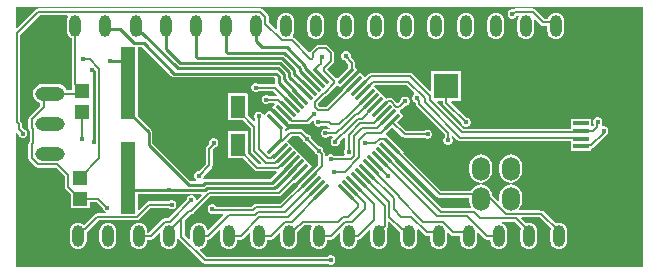
<source format=gtl>
G04*
G04 #@! TF.GenerationSoftware,Altium Limited,Altium Designer,22.10.1 (41)*
G04*
G04 Layer_Physical_Order=1*
G04 Layer_Color=255*
%FSLAX25Y25*%
%MOIN*%
G70*
G04*
G04 #@! TF.SameCoordinates,E3A0FBDB-8A8B-4B96-B359-3B6F4FC795B9*
G04*
G04*
G04 #@! TF.FilePolarity,Positive*
G04*
G01*
G75*
%ADD11C,0.01000*%
%ADD21R,0.04724X0.04724*%
%ADD22R,0.07480X0.07480*%
%ADD23R,0.06299X0.08268*%
%ADD24R,0.05315X0.01575*%
%ADD25R,0.07874X0.07874*%
%ADD26R,0.08465X0.08465*%
G04:AMPARAMS|DCode=27|XSize=66.93mil|YSize=11.81mil|CornerRadius=0mil|HoleSize=0mil|Usage=FLASHONLY|Rotation=45.000|XOffset=0mil|YOffset=0mil|HoleType=Round|Shape=Rectangle|*
%AMROTATEDRECTD27*
4,1,4,-0.01949,-0.02784,-0.02784,-0.01949,0.01949,0.02784,0.02784,0.01949,-0.01949,-0.02784,0.0*
%
%ADD27ROTATEDRECTD27*%

G04:AMPARAMS|DCode=28|XSize=66.93mil|YSize=11.81mil|CornerRadius=0mil|HoleSize=0mil|Usage=FLASHONLY|Rotation=135.000|XOffset=0mil|YOffset=0mil|HoleType=Round|Shape=Rectangle|*
%AMROTATEDRECTD28*
4,1,4,0.02784,-0.01949,0.01949,-0.02784,-0.02784,0.01949,-0.01949,0.02784,0.02784,-0.01949,0.0*
%
%ADD28ROTATEDRECTD28*%

%ADD29R,0.05118X0.07480*%
%ADD30R,0.04724X0.24000*%
%ADD47C,0.00800*%
%ADD48R,0.04000X0.07200*%
%ADD49O,0.04000X0.07200*%
%ADD50O,0.05906X0.07874*%
%ADD51O,0.09843X0.04724*%
%ADD52R,0.09843X0.04724*%
%ADD53C,0.01575*%
G36*
X52432Y63268D02*
X52845Y62992D01*
X53332Y62895D01*
X86655D01*
X86875Y62675D01*
Y61152D01*
X86875Y61142D01*
X86460Y60671D01*
X81501D01*
X81370Y60802D01*
X80805Y61035D01*
X80195D01*
X79630Y60802D01*
X79198Y60370D01*
X78965Y59805D01*
Y59195D01*
X79198Y58630D01*
X79630Y58198D01*
X80195Y57965D01*
X80805D01*
X81370Y58198D01*
X81501Y58329D01*
X86339D01*
X87536Y57133D01*
X87345Y56670D01*
X85001D01*
X84870Y56802D01*
X84305Y57035D01*
X83695D01*
X83130Y56802D01*
X82698Y56370D01*
X82465Y55805D01*
Y55195D01*
X82698Y54630D01*
X83130Y54198D01*
X83695Y53965D01*
X84305D01*
X84870Y54198D01*
X85001Y54330D01*
X86736D01*
X86943Y53829D01*
X85988Y52875D01*
X91779Y47085D01*
X92076Y47382D01*
X92192Y47305D01*
X92192Y47305D01*
X92640Y47216D01*
X97727D01*
X98175Y47305D01*
X98555Y47559D01*
X99475Y48479D01*
X99899Y48196D01*
X99884Y48160D01*
Y47549D01*
X100118Y46984D01*
X100550Y46553D01*
X101114Y46319D01*
X101725D01*
X102289Y46553D01*
X102421Y46684D01*
X104383D01*
X104677Y46390D01*
X105056Y46137D01*
X105290Y46090D01*
X105241Y45590D01*
X104579D01*
X104075Y45799D01*
X103464D01*
X102900Y45565D01*
X102468Y45133D01*
X102234Y44569D01*
Y43958D01*
X102468Y43394D01*
X102900Y42962D01*
X103464Y42728D01*
X104075D01*
X104639Y42962D01*
X104927Y43249D01*
X105997D01*
X106124Y42881D01*
X106134Y42749D01*
X105729Y42344D01*
X105495Y41779D01*
Y41168D01*
X105729Y40604D01*
X106161Y40172D01*
X106725Y39939D01*
X107336D01*
X107900Y40172D01*
X108332Y40604D01*
X108566Y41168D01*
Y41540D01*
X109868Y42841D01*
X110329Y42650D01*
Y39001D01*
X110198Y38870D01*
X109965Y38305D01*
Y37695D01*
X110162Y37218D01*
X109958Y36718D01*
X106568D01*
X106327Y36959D01*
X105762Y37193D01*
X105152D01*
X104587Y36959D01*
X104171Y36542D01*
X104089Y36546D01*
X103671Y36663D01*
Y37290D01*
X103581Y37738D01*
X103328Y38118D01*
X103035Y38410D01*
Y38805D01*
X102802Y39370D01*
X102370Y39802D01*
X101805Y40035D01*
X101620D01*
X99035Y42620D01*
Y42805D01*
X98802Y43370D01*
X98370Y43802D01*
X97805Y44035D01*
X97620D01*
X96328Y45328D01*
X95948Y45581D01*
X95500Y45671D01*
X91958D01*
X91510Y45581D01*
X91130Y45328D01*
X90661Y44859D01*
X90215Y45037D01*
X90172Y45478D01*
X90888Y46194D01*
X85097Y51984D01*
X83482Y50369D01*
X82921Y50514D01*
X82786Y50839D01*
X82354Y51271D01*
X81790Y51504D01*
X81179D01*
X80615Y51271D01*
X80183Y50839D01*
X79949Y50274D01*
Y49664D01*
X80183Y49099D01*
X80330Y48953D01*
Y48397D01*
X79868Y48205D01*
X77807Y50266D01*
Y57587D01*
X71193D01*
Y48610D01*
X76152D01*
X78781Y45981D01*
Y38406D01*
X78871Y37958D01*
X79124Y37579D01*
X82241Y34462D01*
X82050Y34000D01*
X81474D01*
X77807Y37667D01*
Y44988D01*
X71193D01*
Y36012D01*
X76152D01*
X80161Y32002D01*
X80541Y31748D01*
X80989Y31659D01*
X87402D01*
X87594Y31197D01*
X85417Y29021D01*
X63499D01*
X63286Y28978D01*
X63269Y28990D01*
X63184Y29069D01*
X62971Y29425D01*
X63130Y29809D01*
Y29995D01*
X65828Y32692D01*
X66081Y33072D01*
X66171Y33520D01*
Y38675D01*
X67070Y39574D01*
X67370Y39698D01*
X67802Y40130D01*
X68035Y40695D01*
Y41305D01*
X67802Y41870D01*
X67370Y42302D01*
X66805Y42535D01*
X66195D01*
X65630Y42302D01*
X65198Y41870D01*
X64965Y41305D01*
Y40780D01*
X64172Y39987D01*
X63919Y39608D01*
X63829Y39160D01*
Y34004D01*
X61475Y31650D01*
X61290D01*
X60725Y31416D01*
X60293Y30984D01*
X60060Y30420D01*
Y29809D01*
X60293Y29245D01*
X60671Y28868D01*
X60631Y28612D01*
X60518Y28367D01*
X58714D01*
X46089Y40993D01*
Y44546D01*
X45992Y45033D01*
X45716Y45446D01*
X41110Y50052D01*
Y72975D01*
X42725D01*
X52432Y63268D01*
D02*
G37*
G36*
X209482Y-482D02*
X518D01*
Y44209D01*
X983Y44414D01*
X1298Y44164D01*
Y43861D01*
X1532Y43297D01*
X1964Y42865D01*
X2528Y42631D01*
X3139D01*
X3703Y42865D01*
X4135Y43297D01*
X4369Y43861D01*
Y44472D01*
X4135Y45036D01*
X3703Y45468D01*
X3180Y45685D01*
X2735Y46130D01*
Y47190D01*
X2646Y47637D01*
X2392Y48017D01*
X2069Y48341D01*
Y77137D01*
X8031Y83100D01*
X8032Y83100D01*
X8509Y83578D01*
X17766D01*
X18012Y83078D01*
X17942Y82986D01*
X17665Y82317D01*
X17571Y81600D01*
Y78400D01*
X17665Y77683D01*
X17942Y77014D01*
X18383Y76440D01*
X18957Y76000D01*
X19172Y75910D01*
Y60657D01*
X19261Y60210D01*
X19390Y60017D01*
Y58671D01*
X17441D01*
X17276Y59069D01*
X16777Y59718D01*
X16128Y60217D01*
X15371Y60530D01*
X14559Y60637D01*
X9441D01*
X8629Y60530D01*
X7872Y60217D01*
X7223Y59718D01*
X6724Y59069D01*
X6411Y58312D01*
X6304Y57500D01*
X6411Y56688D01*
X6724Y55932D01*
X7223Y55282D01*
X7872Y54783D01*
X8629Y54470D01*
X8670Y54464D01*
Y53349D01*
X5103Y49782D01*
X4849Y49402D01*
X4760Y48954D01*
Y45996D01*
X4849Y45548D01*
X5103Y45168D01*
X5146Y45125D01*
Y41506D01*
X5103Y41462D01*
X4849Y41083D01*
X4760Y40635D01*
Y36046D01*
X4849Y35598D01*
X5103Y35218D01*
X7159Y33162D01*
X7539Y32908D01*
X7987Y32819D01*
X13932D01*
X16899Y29853D01*
Y26431D01*
X16988Y25983D01*
X17242Y25603D01*
X18890Y23955D01*
Y19390D01*
X25110D01*
Y21329D01*
X27515D01*
X29465Y19380D01*
Y19195D01*
X29698Y18630D01*
X30130Y18198D01*
X30545Y18026D01*
X30446Y17526D01*
X27699D01*
X27251Y17437D01*
X26871Y17184D01*
X23271Y13584D01*
X22728Y14000D01*
X22060Y14277D01*
X21343Y14372D01*
X20625Y14277D01*
X19957Y14000D01*
X19383Y13560D01*
X18942Y12986D01*
X18665Y12317D01*
X18571Y11600D01*
Y8400D01*
X18665Y7683D01*
X18942Y7014D01*
X19383Y6440D01*
X19957Y6000D01*
X20625Y5723D01*
X21343Y5628D01*
X22060Y5723D01*
X22728Y6000D01*
X23302Y6440D01*
X23743Y7014D01*
X24020Y7683D01*
X24114Y8400D01*
Y11205D01*
X24383Y11384D01*
X28183Y15186D01*
X40838D01*
X41286Y15275D01*
X41666Y15528D01*
X45434Y19297D01*
X51499D01*
X51630Y19166D01*
X52195Y18932D01*
X52805D01*
X53370Y19166D01*
X53802Y19598D01*
X54035Y20162D01*
Y20773D01*
X53802Y21338D01*
X53370Y21769D01*
X52805Y22003D01*
X52195D01*
X51630Y21769D01*
X51499Y21638D01*
X44950D01*
X44502Y21549D01*
X44122Y21295D01*
X41572Y18746D01*
X41110Y18937D01*
Y24074D01*
X51017D01*
X51283Y23965D01*
X51894D01*
X52159Y24074D01*
X62319D01*
X62511Y23613D01*
X61035Y22137D01*
X60535Y22305D01*
X60302Y22870D01*
X59870Y23302D01*
X59305Y23535D01*
X58695D01*
X58130Y23302D01*
X57698Y22870D01*
X57465Y22305D01*
Y21991D01*
X51392Y15919D01*
X50196D01*
X49748Y15829D01*
X49368Y15576D01*
X44963Y11170D01*
X44272D01*
Y11600D01*
X44177Y12317D01*
X43900Y12986D01*
X43460Y13560D01*
X42886Y14000D01*
X42217Y14277D01*
X41500Y14372D01*
X40783Y14277D01*
X40114Y14000D01*
X39540Y13560D01*
X39100Y12986D01*
X38823Y12317D01*
X38728Y11600D01*
Y8400D01*
X38823Y7683D01*
X39100Y7014D01*
X39540Y6440D01*
X40114Y6000D01*
X40783Y5723D01*
X41500Y5628D01*
X42217Y5723D01*
X42886Y6000D01*
X43460Y6440D01*
X43900Y7014D01*
X44177Y7683D01*
X44272Y8400D01*
Y8829D01*
X45448D01*
X45896Y8919D01*
X46276Y9172D01*
X48228Y11125D01*
X48728Y10918D01*
Y8400D01*
X48823Y7683D01*
X49100Y7014D01*
X49540Y6440D01*
X50114Y6000D01*
X50783Y5723D01*
X51500Y5628D01*
X52217Y5723D01*
X52886Y6000D01*
X53460Y6440D01*
X53900Y7014D01*
X54177Y7683D01*
X54272Y8400D01*
Y8919D01*
X54772Y9071D01*
X54872Y8920D01*
X62620Y1172D01*
X63000Y919D01*
X63448Y829D01*
X104499D01*
X104630Y698D01*
X105195Y465D01*
X105805D01*
X106370Y698D01*
X106802Y1130D01*
X107035Y1695D01*
Y2305D01*
X106802Y2870D01*
X106370Y3302D01*
X105805Y3535D01*
X105195D01*
X104630Y3302D01*
X104499Y3170D01*
X63933D01*
X61924Y5180D01*
X62103Y5708D01*
X62217Y5723D01*
X62886Y6000D01*
X63460Y6440D01*
X63900Y7014D01*
X64177Y7683D01*
X64272Y8400D01*
Y8829D01*
X64500D01*
X64948Y8919D01*
X65328Y9172D01*
X68295Y12140D01*
X68769Y11906D01*
X68728Y11600D01*
Y8400D01*
X68823Y7683D01*
X69100Y7014D01*
X69540Y6440D01*
X70114Y6000D01*
X70783Y5723D01*
X71500Y5628D01*
X72217Y5723D01*
X72886Y6000D01*
X73460Y6440D01*
X73900Y7014D01*
X74177Y7683D01*
X74272Y8400D01*
Y8829D01*
X75448D01*
X75896Y8919D01*
X76276Y9172D01*
X78228Y11125D01*
X78728Y10918D01*
Y8400D01*
X78823Y7683D01*
X79100Y7014D01*
X79540Y6440D01*
X80114Y6000D01*
X80783Y5723D01*
X81500Y5628D01*
X82217Y5723D01*
X82886Y6000D01*
X83460Y6440D01*
X83900Y7014D01*
X84177Y7683D01*
X84272Y8400D01*
Y8829D01*
X85448D01*
X85896Y8919D01*
X86276Y9172D01*
X88228Y11125D01*
X88728Y10918D01*
Y8400D01*
X88823Y7683D01*
X89100Y7014D01*
X89540Y6440D01*
X90114Y6000D01*
X90783Y5723D01*
X91500Y5628D01*
X92217Y5723D01*
X92886Y6000D01*
X93460Y6440D01*
X93900Y7014D01*
X94177Y7683D01*
X94272Y8400D01*
Y11205D01*
X94540Y11384D01*
X96733Y13577D01*
X98923D01*
X99170Y13078D01*
X99100Y12986D01*
X98823Y12317D01*
X98728Y11600D01*
Y8400D01*
X98823Y7683D01*
X99100Y7014D01*
X99540Y6440D01*
X100114Y6000D01*
X100783Y5723D01*
X101500Y5628D01*
X102217Y5723D01*
X102886Y6000D01*
X103460Y6440D01*
X103900Y7014D01*
X104177Y7683D01*
X104272Y8400D01*
Y8829D01*
X105448D01*
X105896Y8919D01*
X106276Y9172D01*
X108228Y11125D01*
X108728Y10918D01*
Y8400D01*
X108823Y7683D01*
X109100Y7014D01*
X109540Y6440D01*
X110114Y6000D01*
X110783Y5723D01*
X111500Y5628D01*
X112217Y5723D01*
X112886Y6000D01*
X113460Y6440D01*
X113900Y7014D01*
X114177Y7683D01*
X114272Y8400D01*
Y8829D01*
X114500D01*
X114948Y8919D01*
X115328Y9172D01*
X118295Y12140D01*
X118769Y11906D01*
X118728Y11600D01*
Y8400D01*
X118823Y7683D01*
X119100Y7014D01*
X119540Y6440D01*
X120114Y6000D01*
X120783Y5723D01*
X121500Y5628D01*
X122217Y5723D01*
X122886Y6000D01*
X123460Y6440D01*
X123900Y7014D01*
X124177Y7683D01*
X124272Y8400D01*
Y11600D01*
X124177Y12317D01*
X124128Y12436D01*
X124328Y12635D01*
X124581Y13015D01*
X124671Y13463D01*
Y14521D01*
X125133Y14712D01*
X128460Y11384D01*
X128728Y11205D01*
Y8400D01*
X128823Y7683D01*
X129100Y7014D01*
X129540Y6440D01*
X130114Y6000D01*
X130783Y5723D01*
X131500Y5628D01*
X132217Y5723D01*
X132886Y6000D01*
X133460Y6440D01*
X133900Y7014D01*
X134177Y7683D01*
X134272Y8400D01*
Y11600D01*
X134243Y11819D01*
X134664Y12358D01*
X134783Y12372D01*
X136783Y10372D01*
X137163Y10119D01*
X137611Y10029D01*
X138728D01*
Y8400D01*
X138823Y7683D01*
X139100Y7014D01*
X139540Y6440D01*
X140114Y6000D01*
X140783Y5723D01*
X141500Y5628D01*
X142217Y5723D01*
X142886Y6000D01*
X143460Y6440D01*
X143900Y7014D01*
X144177Y7683D01*
X144272Y8400D01*
Y10918D01*
X144772Y11125D01*
X145524Y10372D01*
X145904Y10119D01*
X146352Y10029D01*
X148728D01*
Y8400D01*
X148823Y7683D01*
X149100Y7014D01*
X149540Y6440D01*
X150114Y6000D01*
X150783Y5723D01*
X151500Y5628D01*
X152217Y5723D01*
X152886Y6000D01*
X153460Y6440D01*
X153900Y7014D01*
X154177Y7683D01*
X154272Y8400D01*
Y10918D01*
X154772Y11125D01*
X156724Y9172D01*
X157104Y8919D01*
X157552Y8829D01*
X158728D01*
Y8400D01*
X158823Y7683D01*
X159100Y7014D01*
X159540Y6440D01*
X160114Y6000D01*
X160783Y5723D01*
X161500Y5628D01*
X162217Y5723D01*
X162886Y6000D01*
X163460Y6440D01*
X163900Y7014D01*
X164177Y7683D01*
X164272Y8400D01*
Y11600D01*
X164177Y12317D01*
X163900Y12986D01*
X163460Y13560D01*
X162886Y14000D01*
X162413Y14197D01*
X162512Y14696D01*
X166748D01*
X168912Y12533D01*
X168823Y12317D01*
X168728Y11600D01*
Y8400D01*
X168823Y7683D01*
X169100Y7014D01*
X169540Y6440D01*
X170114Y6000D01*
X170783Y5723D01*
X171500Y5628D01*
X172217Y5723D01*
X172886Y6000D01*
X173460Y6440D01*
X173900Y7014D01*
X174177Y7683D01*
X174272Y8400D01*
Y11600D01*
X174177Y12317D01*
X173900Y12986D01*
X173460Y13560D01*
X172886Y14000D01*
X172217Y14277D01*
X171500Y14372D01*
X170783Y14277D01*
X170567Y14188D01*
X168973Y15782D01*
X169164Y16244D01*
X175200D01*
X178912Y12533D01*
X178823Y12317D01*
X178728Y11600D01*
Y8400D01*
X178823Y7683D01*
X179100Y7014D01*
X179540Y6440D01*
X180114Y6000D01*
X180783Y5723D01*
X181500Y5628D01*
X182217Y5723D01*
X182886Y6000D01*
X183460Y6440D01*
X183900Y7014D01*
X184177Y7683D01*
X184272Y8400D01*
Y11600D01*
X184177Y12317D01*
X183900Y12986D01*
X183460Y13560D01*
X182886Y14000D01*
X182217Y14277D01*
X181500Y14372D01*
X180783Y14277D01*
X180567Y14188D01*
X176513Y18243D01*
X176133Y18496D01*
X175685Y18586D01*
X168546D01*
X168300Y19085D01*
X168733Y19649D01*
X169106Y20550D01*
X169233Y21516D01*
Y23484D01*
X169106Y24450D01*
X168733Y25351D01*
X168139Y26124D01*
X167366Y26717D01*
X166466Y27090D01*
X165500Y27217D01*
X164534Y27090D01*
X163634Y26717D01*
X162861Y26124D01*
X162267Y25351D01*
X161895Y24450D01*
X161767Y23484D01*
Y21812D01*
X161267Y21604D01*
X159209Y23662D01*
X159106Y24450D01*
X158733Y25351D01*
X158139Y26124D01*
X157366Y26717D01*
X156466Y27090D01*
X155500Y27217D01*
X154534Y27090D01*
X153634Y26717D01*
X152861Y26124D01*
X152267Y25351D01*
X152160Y25090D01*
X142377D01*
X129677Y37790D01*
X129796Y37909D01*
X124005Y43699D01*
X124005D01*
X123911Y43737D01*
X123792Y44325D01*
X123886Y44420D01*
X124005Y44301D01*
X126073Y46368D01*
X129333Y43108D01*
X129713Y42854D01*
X130161Y42765D01*
X136782D01*
X136913Y42634D01*
X137478Y42400D01*
X138089D01*
X138653Y42634D01*
X139085Y43066D01*
X139319Y43630D01*
Y44241D01*
X139085Y44805D01*
X138653Y45237D01*
X138089Y45471D01*
X137478D01*
X136913Y45237D01*
X136782Y45106D01*
X130646D01*
X127728Y48024D01*
X129796Y50091D01*
X128434Y51452D01*
X128440Y51649D01*
X128573Y52021D01*
X128885Y52230D01*
X128934Y52278D01*
X129172Y52325D01*
X129551Y52579D01*
X130373Y53401D01*
X130569D01*
X131133Y53635D01*
X131565Y54067D01*
X131799Y54631D01*
Y55242D01*
X131565Y55806D01*
X131133Y56238D01*
X130569Y56472D01*
X129958D01*
X129394Y56238D01*
X128962Y55806D01*
X128728Y55242D01*
Y55066D01*
X128197Y54536D01*
X127959Y54488D01*
X127755Y54352D01*
X126422Y55686D01*
X126042Y55940D01*
X125594Y56029D01*
X124643D01*
X124195Y55940D01*
X124046Y55840D01*
X122335Y57552D01*
X119963Y59923D01*
X120264Y60330D01*
X130821D01*
X133395Y57756D01*
X133314Y57352D01*
X133225Y57219D01*
X132821Y56816D01*
X132588Y56251D01*
Y55641D01*
X132821Y55076D01*
X133253Y54644D01*
X133776Y54428D01*
X133777Y54427D01*
Y54053D01*
X133866Y53605D01*
X134119Y53225D01*
X143448Y43897D01*
Y42882D01*
X143317Y42751D01*
X143083Y42187D01*
Y41576D01*
X143317Y41012D01*
X143749Y40580D01*
X144313Y40346D01*
X144924D01*
X145488Y40580D01*
X145920Y41012D01*
X146154Y41576D01*
Y42187D01*
X145920Y42751D01*
X145829Y42842D01*
X145869Y43210D01*
X146349Y43397D01*
X147754Y41993D01*
X148133Y41739D01*
X148581Y41650D01*
X185575D01*
Y38346D01*
X192386D01*
Y39122D01*
X192717Y39188D01*
X193097Y39441D01*
X197328Y43672D01*
X197336Y43684D01*
X197370Y43698D01*
X197802Y44130D01*
X198035Y44695D01*
Y45305D01*
X197802Y45870D01*
X197370Y46302D01*
X196805Y46535D01*
X196195D01*
X195840Y46930D01*
X195802Y47130D01*
X196035Y47695D01*
Y48305D01*
X195802Y48870D01*
X195370Y49302D01*
X194805Y49535D01*
X194195D01*
X193630Y49302D01*
X193198Y48870D01*
X192965Y48305D01*
Y47695D01*
X193181Y47171D01*
Y46899D01*
X192832Y46619D01*
X192386Y46812D01*
Y49094D01*
X185575D01*
Y45791D01*
X149812D01*
X141045Y54558D01*
X141236Y55020D01*
X142865D01*
Y54465D01*
X142954Y54017D01*
X143208Y53637D01*
X149083Y47761D01*
Y47576D01*
X149317Y47012D01*
X149749Y46580D01*
X150313Y46346D01*
X150924D01*
X151488Y46580D01*
X151920Y47012D01*
X152154Y47576D01*
Y48187D01*
X151920Y48751D01*
X151488Y49183D01*
X150924Y49417D01*
X150739D01*
X145636Y54520D01*
X145843Y55020D01*
X149016D01*
Y64980D01*
X139055D01*
Y58605D01*
X138593Y58414D01*
X132879Y64128D01*
X132500Y64381D01*
X132052Y64470D01*
X118959D01*
X118511Y64381D01*
X118132Y64128D01*
X116946Y62941D01*
X115375Y64512D01*
X109585Y58721D01*
X109704Y58602D01*
X104224Y53123D01*
X101796D01*
X101348Y53571D01*
Y54204D01*
X103805Y56662D01*
X104054Y56712D01*
X104434Y56965D01*
X107538Y60069D01*
X108178Y60127D01*
X108694Y59612D01*
X114484Y65403D01*
X113762Y66125D01*
Y67672D01*
X113672Y68120D01*
X113419Y68499D01*
X112656Y69263D01*
X112646Y69311D01*
X112392Y69691D01*
X112133Y69950D01*
Y70346D01*
X111899Y70910D01*
X111467Y71342D01*
X110903Y71576D01*
X110292D01*
X109728Y71342D01*
X109296Y70910D01*
X109062Y70346D01*
Y69735D01*
X109296Y69170D01*
X109728Y68739D01*
X110251Y68522D01*
X110474Y68299D01*
X110483Y68250D01*
X110737Y67871D01*
X111421Y67187D01*
Y66125D01*
X107934Y62638D01*
X107282Y62644D01*
X104321Y65604D01*
X106394Y67677D01*
X106647Y68057D01*
X106736Y68505D01*
Y70923D01*
X106647Y71371D01*
X106394Y71751D01*
X104683Y73461D01*
X104304Y73715D01*
X103856Y73804D01*
X101437D01*
X100989Y73715D01*
X100609Y73461D01*
X98899Y71751D01*
X98680Y71424D01*
X98552Y71355D01*
X98117Y71279D01*
X93305Y76091D01*
X92986Y76304D01*
X92907Y76424D01*
X92797Y76880D01*
X92900Y77014D01*
X93177Y77683D01*
X93272Y78400D01*
Y81600D01*
X93177Y82317D01*
X92900Y82986D01*
X92460Y83560D01*
X91886Y84000D01*
X91217Y84277D01*
X90500Y84372D01*
X89783Y84277D01*
X89114Y84000D01*
X88540Y83560D01*
X88100Y82986D01*
X87823Y82317D01*
X87728Y81600D01*
Y79082D01*
X87228Y78875D01*
X84819Y81285D01*
Y83131D01*
X84729Y83579D01*
X84476Y83959D01*
X82859Y85576D01*
X82479Y85829D01*
X82031Y85919D01*
X8025D01*
X7576Y85829D01*
X7197Y85576D01*
X6376Y84755D01*
X6376Y84755D01*
X979Y79359D01*
X518Y79550D01*
Y86482D01*
X209482D01*
Y-482D01*
D02*
G37*
G36*
X95965Y42380D02*
Y42195D01*
X96198Y41630D01*
X96630Y41198D01*
X97195Y40965D01*
X97380D01*
X99965Y38380D01*
Y38195D01*
X100198Y37630D01*
X100630Y37198D01*
X101153Y36982D01*
X101330Y36805D01*
Y33794D01*
X97354Y29819D01*
X97290Y29724D01*
X94340Y26773D01*
X94459Y26654D01*
X88488Y20683D01*
X80582D01*
X80134Y20594D01*
X79755Y20340D01*
X79097Y19683D01*
X67379D01*
X67302Y19870D01*
X66870Y20302D01*
X66305Y20535D01*
X65695D01*
X65130Y20302D01*
X64698Y19870D01*
X64465Y19305D01*
Y18695D01*
X64698Y18130D01*
X65130Y17698D01*
X65695Y17465D01*
X66199D01*
X66249Y17431D01*
X66697Y17342D01*
X69533D01*
X69725Y16880D01*
X64737Y11893D01*
X64210Y12072D01*
X64177Y12317D01*
X63900Y12986D01*
X63460Y13560D01*
X62886Y14000D01*
X62217Y14277D01*
X61500Y14372D01*
X60783Y14277D01*
X60114Y14000D01*
X59540Y13560D01*
X59100Y12986D01*
X58823Y12317D01*
X58728Y11600D01*
Y9082D01*
X58228Y8875D01*
X56871Y10233D01*
Y15315D01*
X58884Y17328D01*
X59052D01*
X59500Y17417D01*
X59880Y17671D01*
X65390Y23181D01*
X88244D01*
X88692Y23271D01*
X89072Y23524D01*
X93330Y27783D01*
X93449Y27664D01*
X99239Y33455D01*
X97347Y35348D01*
X94563Y38131D01*
X93672Y39022D01*
X90904Y41790D01*
X92443Y43330D01*
X95015D01*
X95965Y42380D01*
D02*
G37*
G36*
X124857Y39030D02*
X124952Y38966D01*
X127902Y36016D01*
X128021Y36135D01*
X141064Y23092D01*
X141444Y22838D01*
X141892Y22749D01*
X151767D01*
Y21516D01*
X151894Y20550D01*
X152225Y19751D01*
X152013Y19251D01*
X142648D01*
X126893Y35006D01*
X127012Y35125D01*
X121599Y40538D01*
X122288Y41227D01*
X122660D01*
X124857Y39030D01*
D02*
G37*
%LPC*%
G36*
X172841Y85919D02*
X166958D01*
X166510Y85829D01*
X166130Y85576D01*
X166090Y85535D01*
X165695D01*
X165130Y85302D01*
X164698Y84870D01*
X164465Y84305D01*
Y83695D01*
X164698Y83130D01*
X165130Y82698D01*
X165695Y82465D01*
X166305D01*
X166870Y82698D01*
X167302Y83130D01*
X167464Y83522D01*
X167949Y83526D01*
X168170Y83078D01*
X168100Y82986D01*
X167823Y82317D01*
X167728Y81600D01*
Y78400D01*
X167823Y77683D01*
X168100Y77014D01*
X168540Y76440D01*
X169114Y76000D01*
X169783Y75723D01*
X170500Y75628D01*
X171217Y75723D01*
X171886Y76000D01*
X172460Y76440D01*
X172900Y77014D01*
X173177Y77683D01*
X173272Y78400D01*
Y81600D01*
X173218Y82009D01*
X173691Y82242D01*
X175561Y80372D01*
X175941Y80119D01*
X176389Y80029D01*
X177728D01*
Y78400D01*
X177823Y77683D01*
X178100Y77014D01*
X178540Y76440D01*
X179114Y76000D01*
X179783Y75723D01*
X180500Y75628D01*
X181217Y75723D01*
X181886Y76000D01*
X182460Y76440D01*
X182900Y77014D01*
X183177Y77683D01*
X183272Y78400D01*
Y81600D01*
X183177Y82317D01*
X182900Y82986D01*
X182460Y83560D01*
X181886Y84000D01*
X181217Y84277D01*
X180500Y84372D01*
X179783Y84277D01*
X179114Y84000D01*
X178540Y83560D01*
X178100Y82986D01*
X177845Y82371D01*
X176874D01*
X173669Y85576D01*
X173289Y85829D01*
X172841Y85919D01*
D02*
G37*
G36*
X160500Y84372D02*
X159783Y84277D01*
X159114Y84000D01*
X158540Y83560D01*
X158100Y82986D01*
X157823Y82317D01*
X157728Y81600D01*
Y78400D01*
X157823Y77683D01*
X158100Y77014D01*
X158540Y76440D01*
X159114Y76000D01*
X159783Y75723D01*
X160500Y75628D01*
X161217Y75723D01*
X161886Y76000D01*
X162460Y76440D01*
X162900Y77014D01*
X163177Y77683D01*
X163272Y78400D01*
Y81600D01*
X163177Y82317D01*
X162900Y82986D01*
X162460Y83560D01*
X161886Y84000D01*
X161217Y84277D01*
X160500Y84372D01*
D02*
G37*
G36*
X150500D02*
X149783Y84277D01*
X149114Y84000D01*
X148540Y83560D01*
X148100Y82986D01*
X147823Y82317D01*
X147728Y81600D01*
Y78400D01*
X147823Y77683D01*
X148100Y77014D01*
X148540Y76440D01*
X149114Y76000D01*
X149783Y75723D01*
X150500Y75628D01*
X151217Y75723D01*
X151886Y76000D01*
X152460Y76440D01*
X152900Y77014D01*
X153177Y77683D01*
X153272Y78400D01*
Y81600D01*
X153177Y82317D01*
X152900Y82986D01*
X152460Y83560D01*
X151886Y84000D01*
X151217Y84277D01*
X150500Y84372D01*
D02*
G37*
G36*
X140500D02*
X139783Y84277D01*
X139114Y84000D01*
X138540Y83560D01*
X138100Y82986D01*
X137823Y82317D01*
X137728Y81600D01*
Y78400D01*
X137823Y77683D01*
X138100Y77014D01*
X138540Y76440D01*
X139114Y76000D01*
X139783Y75723D01*
X140500Y75628D01*
X141217Y75723D01*
X141886Y76000D01*
X142460Y76440D01*
X142900Y77014D01*
X143177Y77683D01*
X143272Y78400D01*
Y81600D01*
X143177Y82317D01*
X142900Y82986D01*
X142460Y83560D01*
X141886Y84000D01*
X141217Y84277D01*
X140500Y84372D01*
D02*
G37*
G36*
X130500D02*
X129783Y84277D01*
X129114Y84000D01*
X128540Y83560D01*
X128100Y82986D01*
X127823Y82317D01*
X127728Y81600D01*
Y78400D01*
X127823Y77683D01*
X128100Y77014D01*
X128540Y76440D01*
X129114Y76000D01*
X129783Y75723D01*
X130500Y75628D01*
X131217Y75723D01*
X131886Y76000D01*
X132460Y76440D01*
X132900Y77014D01*
X133177Y77683D01*
X133272Y78400D01*
Y81600D01*
X133177Y82317D01*
X132900Y82986D01*
X132460Y83560D01*
X131886Y84000D01*
X131217Y84277D01*
X130500Y84372D01*
D02*
G37*
G36*
X120500D02*
X119783Y84277D01*
X119114Y84000D01*
X118540Y83560D01*
X118100Y82986D01*
X117823Y82317D01*
X117728Y81600D01*
Y78400D01*
X117823Y77683D01*
X118100Y77014D01*
X118540Y76440D01*
X119114Y76000D01*
X119783Y75723D01*
X120500Y75628D01*
X121217Y75723D01*
X121886Y76000D01*
X122460Y76440D01*
X122900Y77014D01*
X123177Y77683D01*
X123272Y78400D01*
Y81600D01*
X123177Y82317D01*
X122900Y82986D01*
X122460Y83560D01*
X121886Y84000D01*
X121217Y84277D01*
X120500Y84372D01*
D02*
G37*
G36*
X110500D02*
X109783Y84277D01*
X109114Y84000D01*
X108540Y83560D01*
X108100Y82986D01*
X107823Y82317D01*
X107728Y81600D01*
Y78400D01*
X107823Y77683D01*
X108100Y77014D01*
X108540Y76440D01*
X109114Y76000D01*
X109783Y75723D01*
X110500Y75628D01*
X111217Y75723D01*
X111886Y76000D01*
X112460Y76440D01*
X112900Y77014D01*
X113177Y77683D01*
X113272Y78400D01*
Y81600D01*
X113177Y82317D01*
X112900Y82986D01*
X112460Y83560D01*
X111886Y84000D01*
X111217Y84277D01*
X110500Y84372D01*
D02*
G37*
G36*
X100500D02*
X99783Y84277D01*
X99114Y84000D01*
X98540Y83560D01*
X98100Y82986D01*
X97823Y82317D01*
X97728Y81600D01*
Y78400D01*
X97823Y77683D01*
X98100Y77014D01*
X98540Y76440D01*
X99114Y76000D01*
X99783Y75723D01*
X100500Y75628D01*
X101217Y75723D01*
X101886Y76000D01*
X102460Y76440D01*
X102900Y77014D01*
X103177Y77683D01*
X103272Y78400D01*
Y81600D01*
X103177Y82317D01*
X102900Y82986D01*
X102460Y83560D01*
X101886Y84000D01*
X101217Y84277D01*
X100500Y84372D01*
D02*
G37*
G36*
X165500Y37217D02*
X164534Y37090D01*
X163634Y36717D01*
X162861Y36124D01*
X162267Y35351D01*
X161895Y34450D01*
X161767Y33484D01*
Y31516D01*
X161895Y30550D01*
X162267Y29649D01*
X162861Y28876D01*
X163634Y28283D01*
X164534Y27910D01*
X165500Y27783D01*
X166466Y27910D01*
X167366Y28283D01*
X168139Y28876D01*
X168733Y29649D01*
X169106Y30550D01*
X169233Y31516D01*
Y33484D01*
X169106Y34450D01*
X168733Y35351D01*
X168139Y36124D01*
X167366Y36717D01*
X166466Y37090D01*
X165500Y37217D01*
D02*
G37*
G36*
X155500D02*
X154534Y37090D01*
X153634Y36717D01*
X152861Y36124D01*
X152267Y35351D01*
X151894Y34450D01*
X151767Y33484D01*
Y31516D01*
X151894Y30550D01*
X152267Y29649D01*
X152861Y28876D01*
X153634Y28283D01*
X154534Y27910D01*
X155500Y27783D01*
X156466Y27910D01*
X157366Y28283D01*
X158139Y28876D01*
X158733Y29649D01*
X159106Y30550D01*
X159233Y31516D01*
Y33484D01*
X159106Y34450D01*
X158733Y35351D01*
X158139Y36124D01*
X157366Y36717D01*
X156466Y37090D01*
X155500Y37217D01*
D02*
G37*
G36*
X31185Y14372D02*
X30468Y14277D01*
X29799Y14000D01*
X29225Y13560D01*
X28785Y12986D01*
X28508Y12317D01*
X28413Y11600D01*
Y8400D01*
X28508Y7683D01*
X28785Y7014D01*
X29225Y6440D01*
X29799Y6000D01*
X30468Y5723D01*
X31185Y5628D01*
X31902Y5723D01*
X32571Y6000D01*
X33145Y6440D01*
X33585Y7014D01*
X33862Y7683D01*
X33957Y8400D01*
Y11600D01*
X33862Y12317D01*
X33585Y12986D01*
X33145Y13560D01*
X32571Y14000D01*
X31902Y14277D01*
X31185Y14372D01*
D02*
G37*
%LPD*%
D11*
X26000Y65345D02*
X26500Y64845D01*
X26000Y65345D02*
Y65500D01*
X26500Y41500D02*
Y64845D01*
X39862Y25347D02*
X63570D01*
X63831Y25608D02*
X64223Y26000D01*
X38000Y27209D02*
Y29504D01*
X44816Y40466D02*
X58187Y27095D01*
X63831Y25608D02*
X63831D01*
X63570Y25347D02*
X63831Y25608D01*
X38000Y27209D02*
X39862Y25347D01*
X58187Y27095D02*
X62846D01*
X86911Y26243D02*
X87351D01*
X85944Y27748D02*
X92486Y34290D01*
X87351Y26243D02*
X94006Y32898D01*
X64223Y26000D02*
X86668D01*
X86911Y26243D01*
X63499Y27748D02*
X85944D01*
X62846Y27095D02*
X63499Y27748D01*
X44816Y40466D02*
Y44546D01*
X32000Y68500D02*
X36138D01*
X38000Y66638D01*
Y61000D02*
Y66638D01*
X88148Y61144D02*
X94146Y55146D01*
X88148Y61144D02*
X94146Y55146D01*
X38000Y51362D02*
Y61000D01*
X88631Y67664D02*
X91644Y64651D01*
X70500Y71746D02*
Y80000D01*
X88148Y61144D02*
Y63202D01*
X53332Y64168D02*
X87183D01*
X88148Y63202D01*
X91644Y63032D02*
X96790Y57886D01*
X60500Y69998D02*
Y80000D01*
X54584Y65916D02*
X87907D01*
X90079Y71160D02*
X95140Y66099D01*
X55308Y67664D02*
X88631D01*
X89896Y62180D02*
Y63926D01*
X60500Y69998D02*
X61086Y69412D01*
X89355D01*
X42674Y77826D02*
X54584Y65916D01*
X70500Y71746D02*
X71086Y71160D01*
X50500Y72472D02*
X55308Y67664D01*
X80500Y74900D02*
X82492Y72908D01*
X89896Y62180D02*
X94038Y58038D01*
X95140Y65103D02*
Y66099D01*
X96888Y66139D02*
X100966Y62062D01*
X91644Y63032D02*
Y64651D01*
X90803Y72908D02*
X96888Y66823D01*
X82492Y72908D02*
X90803D01*
X93392Y64068D02*
X98182Y59278D01*
X96888Y66139D02*
Y66823D01*
X43252Y74248D02*
X53332Y64168D01*
X80500Y74900D02*
Y80000D01*
X89355Y69412D02*
X93392Y65375D01*
X95140Y65103D02*
X99574Y60670D01*
X87907Y65916D02*
X89896Y63926D01*
X93392Y64068D02*
Y65375D01*
X71086Y71160D02*
X90079D01*
X40059Y74248D02*
X43252D01*
X38000Y51362D02*
X44816Y44546D01*
X35407Y78900D02*
X40059Y74248D01*
X30185Y80000D02*
X31285Y78900D01*
X35407D01*
X92486Y34290D02*
X92614D01*
X50500Y72472D02*
Y80000D01*
X41886Y77826D02*
X42674D01*
X40500Y79212D02*
X41886Y77826D01*
X40500Y79212D02*
Y80000D01*
D21*
X22000Y22500D02*
D03*
Y29500D02*
D03*
X22500Y58500D02*
D03*
Y51500D02*
D03*
D22*
X199020Y59961D02*
D03*
Y30039D02*
D03*
D23*
X189472Y57205D02*
D03*
Y32795D02*
D03*
D24*
X188980Y50118D02*
D03*
Y47559D02*
D03*
Y45000D02*
D03*
Y42441D02*
D03*
Y39882D02*
D03*
D25*
X177500Y60000D02*
D03*
D26*
X144035D02*
D03*
D27*
X87046Y39858D02*
D03*
X88438Y38466D02*
D03*
X89830Y37074D02*
D03*
X91222Y35682D02*
D03*
X92614Y34290D02*
D03*
X94006Y32898D02*
D03*
X95398Y31506D02*
D03*
X96790Y30114D02*
D03*
X98182Y28722D02*
D03*
X99574Y27330D02*
D03*
X100966Y25938D02*
D03*
X102358Y24546D02*
D03*
X125954Y48142D02*
D03*
X124562Y49534D02*
D03*
X123170Y50926D02*
D03*
X121778Y52318D02*
D03*
X120386Y53710D02*
D03*
X118994Y55102D02*
D03*
X117602Y56494D02*
D03*
X116210Y57886D02*
D03*
X114818Y59278D02*
D03*
X113426Y60670D02*
D03*
X112034Y62062D02*
D03*
X110642Y63454D02*
D03*
D28*
Y24546D02*
D03*
X112034Y25938D02*
D03*
X113426Y27330D02*
D03*
X114818Y28722D02*
D03*
X116210Y30114D02*
D03*
X117602Y31506D02*
D03*
X118994Y32898D02*
D03*
X120386Y34290D02*
D03*
X121778Y35682D02*
D03*
X123170Y37074D02*
D03*
X124562Y38466D02*
D03*
X125954Y39858D02*
D03*
X102358Y63454D02*
D03*
X100966Y62062D02*
D03*
X99574Y60670D02*
D03*
X98182Y59278D02*
D03*
X96790Y57886D02*
D03*
X95398Y56494D02*
D03*
X94006Y55102D02*
D03*
X92614Y53710D02*
D03*
X91222Y52318D02*
D03*
X89830Y50926D02*
D03*
X88438Y49534D02*
D03*
X87046Y48142D02*
D03*
D29*
X52846Y53098D02*
D03*
X74500D02*
D03*
X52846Y40500D02*
D03*
X74500D02*
D03*
D30*
X38000Y61000D02*
D03*
Y29504D02*
D03*
D47*
X166000Y84000D02*
X166210D01*
X166958Y84748D02*
X172841D01*
X166210Y84000D02*
X166958Y84748D01*
X1565Y45645D02*
X2833Y44376D01*
Y44166D02*
Y44376D01*
X5931Y45996D02*
Y48954D01*
X4383Y35405D02*
Y41276D01*
X5931Y45996D02*
X6317Y45609D01*
X4769Y41662D02*
Y44968D01*
X3500Y46237D02*
X4769Y44968D01*
X5931Y36046D02*
Y40635D01*
X6317Y41021D02*
Y45609D01*
X3500Y46237D02*
Y71400D01*
X5931Y36046D02*
X7987Y33990D01*
X4383Y41276D02*
X4769Y41662D01*
X5931Y40635D02*
X6317Y41021D01*
X4383Y35405D02*
X7345Y32442D01*
X1565Y45645D02*
Y47190D01*
X5931Y48954D02*
X9841Y52864D01*
X898Y77622D02*
X7204Y83927D01*
X898Y47856D02*
X1565Y47190D01*
X898Y47856D02*
Y77622D01*
X3500Y71400D02*
X10500Y78400D01*
X66697Y18513D02*
X79582D01*
X66000Y19000D02*
X66210D01*
X66697Y18513D01*
X59000Y21871D02*
Y22000D01*
X51877Y14748D02*
X59000Y21871D01*
X59052Y18499D02*
X64906Y24352D01*
X51500Y11600D02*
X58399Y18499D01*
X64906Y24352D02*
X88244D01*
X58399Y18499D02*
X59052D01*
X86865Y34378D02*
X89561Y37074D01*
X89830D01*
X86809Y34378D02*
X86865D01*
X112034Y62077D02*
X114574Y64617D01*
X104008Y54036D02*
X112034Y62062D01*
X114574Y64617D02*
X116909Y66952D01*
X103281Y57793D02*
X103607D01*
X106711Y60897D01*
X102261Y54036D02*
X104008D01*
X102113Y53887D02*
X102261Y54036D01*
X100177Y54689D02*
X103281Y57793D01*
X100177Y53086D02*
Y54689D01*
X103122Y65148D02*
X106711Y61560D01*
Y60897D02*
Y61560D01*
X97727Y48386D02*
X99855Y50514D01*
X112034Y62062D02*
Y62077D01*
X100177Y53086D02*
X101311Y51952D01*
X104708D02*
X113426Y60670D01*
X99855Y50514D02*
X100015D01*
X101311Y51952D02*
X104708D01*
X52846Y53098D02*
X65052D01*
X69940Y57987D01*
X99726Y70923D02*
X101437Y72634D01*
X103856D02*
X105566Y70923D01*
X101437Y72634D02*
X103856D01*
X98595Y69146D02*
X99258D01*
X102121Y67384D02*
Y69189D01*
X99726Y69614D02*
Y70923D01*
X92478Y75263D02*
X98595Y69146D01*
X99258D02*
X99726Y69614D01*
X105566Y68505D02*
Y70923D01*
X102121Y69189D02*
X102646Y69714D01*
X23000Y69000D02*
X25237D01*
X28435Y65802D01*
Y35935D02*
Y65802D01*
X22000Y29500D02*
X28435Y35935D01*
X22500Y42500D02*
X22500Y42500D01*
X22500Y42500D02*
Y45519D01*
X22500Y45519D01*
Y51500D01*
X138000Y48000D02*
X140000Y46000D01*
X134978Y48000D02*
X138000D01*
X130161Y43935D02*
X137783D01*
X144619Y41881D02*
Y44381D01*
X134947Y54053D02*
Y54912D01*
Y54053D02*
X144619Y44381D01*
X134510Y55349D02*
X134947Y54912D01*
X149327Y44620D02*
X188601D01*
X136855Y54547D02*
Y55951D01*
X138655Y55292D02*
Y56696D01*
X132052Y63300D02*
X138655Y56696D01*
X148581Y42821D02*
X188601D01*
X131306Y61500D02*
X136855Y55951D01*
Y54547D02*
X148581Y42821D01*
X138655Y55292D02*
X149327Y44620D01*
X134123Y55736D02*
Y55946D01*
Y55736D02*
X134510Y55349D01*
Y55349D02*
Y55349D01*
X125954Y48142D02*
X125954D01*
X130161Y43935D01*
X144035Y54465D02*
X150619Y47881D01*
Y47881D02*
Y47881D01*
X126392Y56621D02*
X129211D01*
X129462Y56872D01*
X130254Y54937D02*
X130263D01*
X132199Y53974D02*
Y55738D01*
X129462Y56872D02*
X131065D01*
X132199Y53974D02*
X134978Y51195D01*
Y48000D02*
Y51195D01*
X131065Y56872D02*
X132199Y55738D01*
X128058Y53058D02*
X128407Y53407D01*
X128724D01*
X127395Y53058D02*
X128058D01*
X128724Y53407D02*
X130254Y54937D01*
X119705Y61500D02*
X131306D01*
X118959Y63300D02*
X132052D01*
X124355Y54571D02*
X124643Y54858D01*
X124300Y54571D02*
X124355D01*
X125594Y54858D02*
X127395Y53058D01*
X122047Y52318D02*
X124300Y54571D01*
X124643Y54858D02*
X125594D01*
X114937Y59278D02*
X118959Y63300D01*
X116210Y58005D02*
X119705Y61500D01*
X188601Y42821D02*
X188980Y42441D01*
X114818Y59278D02*
X114937D01*
X188601Y44620D02*
X188980Y45000D01*
X92640Y48386D02*
X97727D01*
X80500Y59500D02*
X86824D01*
X144035Y54465D02*
Y60000D01*
X8025Y84748D02*
X82031D01*
X83648Y83131D01*
Y80800D02*
X89196Y75252D01*
X83648Y80800D02*
Y83131D01*
X7204Y83927D02*
X8025Y84748D01*
X7204Y83927D02*
X7204D01*
X91815Y75263D02*
X92478D01*
X89196Y75252D02*
X91804D01*
X91815Y75263D01*
X103122Y66061D02*
X105566Y68505D01*
X110597Y69831D02*
Y70040D01*
X101975Y67238D02*
X102121Y67384D01*
X110597Y69831D02*
X111565Y68863D01*
Y68698D02*
Y68863D01*
X103122Y65148D02*
Y66061D01*
X100409Y65672D02*
X101975Y67238D01*
X100409Y65403D02*
X102358Y63454D01*
X100409Y65403D02*
Y65672D01*
X103926Y44420D02*
X107420D01*
X105504Y47218D02*
X108211D01*
X104868Y47854D02*
X105504Y47218D01*
X111500Y38000D02*
Y43689D01*
X124500Y30000D02*
Y30088D01*
X107030Y41474D02*
Y41660D01*
X106506Y31500D02*
X110298D01*
X108852Y45670D02*
X111149Y47968D01*
X108670Y45670D02*
X108852D01*
X120386Y34202D02*
X124500Y30088D01*
X103770Y44263D02*
X103926Y44420D01*
X107420D02*
X108670Y45670D01*
X107030Y41660D02*
X111791Y46420D01*
X120386Y34202D02*
Y34290D01*
X106501Y31495D02*
X106506Y31500D01*
X108211Y47218D02*
X111807Y50814D01*
X7345Y32442D02*
X7346D01*
X9841Y52864D02*
Y55687D01*
X61595Y30115D02*
X65000Y33520D01*
X61595Y30115D02*
X61595D01*
X54397Y38109D02*
X61058D01*
X61468Y37699D01*
X101500Y38290D02*
Y38500D01*
Y38290D02*
X102500Y37290D01*
X95500Y44500D02*
X101500Y38500D01*
X102500Y33310D02*
Y37290D01*
X105567Y35547D02*
X112156D01*
X105457Y35657D02*
X105567Y35547D01*
X120406Y41000D02*
X121803Y42397D01*
X117000Y41000D02*
X120406D01*
X114952Y42141D02*
X117263Y44452D01*
X122263D02*
X125954Y48142D01*
X117263Y44452D02*
X122263D01*
X121027Y46000D02*
X124562Y49534D01*
X116000Y46000D02*
X121027D01*
X114583Y49096D02*
X115772D01*
X119792Y47548D02*
X123170Y50926D01*
X115359Y47548D02*
X119792D01*
X115772Y49096D02*
X120386Y53710D01*
X118994Y55102D02*
X118994D01*
X114536Y50644D02*
X118994Y55102D01*
X113942Y50644D02*
X114536D01*
X111906Y46420D02*
X114583Y49096D01*
X113404Y43404D02*
X116000Y46000D01*
X111265Y47968D02*
X113942Y50644D01*
X111500Y43689D02*
X115359Y47548D01*
X113404Y39820D02*
Y43404D01*
X111791Y46420D02*
X111906D01*
X111149Y47968D02*
X111265D01*
X114952Y40462D02*
Y42141D01*
X125684Y39858D02*
X125954D01*
X113404Y39820D02*
X113435Y39789D01*
Y36827D02*
Y39789D01*
X121803Y42397D02*
X123144D01*
X114952Y40462D02*
X114983Y40430D01*
Y36186D02*
Y40430D01*
X123144Y42397D02*
X125684Y39858D01*
X110298Y31500D02*
X114983Y36186D01*
X112156Y35547D02*
X113435Y36827D01*
X111923Y50814D02*
X117602Y56494D01*
X111807Y50814D02*
X111923D01*
X98182Y28991D02*
X102500Y33310D01*
X98182Y28722D02*
Y28991D01*
X91958Y44500D02*
X95500D01*
X101420Y47854D02*
X104868D01*
X89130Y41672D02*
X91958Y44500D01*
X89130Y41672D02*
X89130D01*
X121778Y52318D02*
X122047D01*
X113500Y69290D02*
X114574Y68216D01*
X113500Y69290D02*
Y69500D01*
X114574Y64617D02*
Y68216D01*
X112591Y65403D02*
Y67672D01*
X111565Y68698D02*
X112591Y67672D01*
X110642Y63454D02*
X112591Y65403D01*
X105448Y10000D02*
X110196Y14748D01*
X101500Y10000D02*
X105448D01*
X96248Y14748D02*
X108007D01*
X109555Y16296D01*
X93712Y12212D02*
X96248Y14748D01*
X110196D02*
X112559D01*
X111185Y16296D02*
X114500Y19611D01*
X109555Y16296D02*
X111185D01*
X112559Y14748D02*
X116973Y19162D01*
X110642Y24546D02*
X114500Y20689D01*
Y19611D02*
Y20689D01*
X116973Y19162D02*
Y21000D01*
X63448Y2000D02*
X105500D01*
X55700Y9748D02*
X63448Y2000D01*
X55700Y9748D02*
Y15800D01*
X141892Y23920D02*
X157297D01*
X172841Y84748D02*
X176389Y81200D01*
X179300D02*
X180500Y80000D01*
X176389Y81200D02*
X179300D01*
X116909Y66952D02*
X177452D01*
X188288Y77788D01*
X189022D01*
X190500Y79266D01*
Y80000D01*
X125954Y39858D02*
X141892Y23920D01*
X86824Y59500D02*
X92614Y53710D01*
X178935Y58565D02*
X180295Y57205D01*
X176000Y48000D02*
Y49500D01*
X178935Y52435D02*
Y58565D01*
X177500Y60000D02*
X178935Y58565D01*
X176000Y49500D02*
X178935Y52435D01*
X40838Y16356D02*
X44950Y20468D01*
X52500D01*
X74000Y21432D02*
X88108D01*
X88244Y24352D02*
X95398Y31506D01*
X200500Y61441D02*
Y80000D01*
X199020Y59961D02*
X200500Y61441D01*
X64500Y10000D02*
X71465Y16965D01*
X80223D01*
X88995Y41806D02*
Y46194D01*
X188980Y50118D02*
Y56713D01*
X88108Y21432D02*
X96790Y30114D01*
X52846Y40500D02*
Y53098D01*
X20343Y60657D02*
X22500Y58500D01*
X20343Y60657D02*
Y80000D01*
X194352Y47852D02*
X194500Y48000D01*
X194352Y46352D02*
Y47852D01*
X193000Y45000D02*
X194352Y46352D01*
X188980Y45000D02*
X193000D01*
X196500Y44500D02*
Y45000D01*
X192269Y40269D02*
X196500Y44500D01*
X200500Y44807D02*
Y58480D01*
X189472Y33779D02*
X200500Y44807D01*
X188980Y39882D02*
X189368Y40269D01*
X192269D01*
X189472Y57205D02*
X196264D01*
X199020Y59961D01*
X200500Y58480D01*
X189472Y32795D02*
Y33779D01*
X191500Y10000D02*
Y30768D01*
X189472Y32795D02*
X191500Y30768D01*
Y10000D02*
X201500D01*
X189177Y32500D02*
X189472Y32795D01*
X175500Y32500D02*
X189177D01*
X175500Y22500D02*
Y32500D01*
X128144Y22856D02*
Y23423D01*
X121246Y30321D02*
Y30376D01*
X118994Y32628D02*
X121246Y30376D01*
X118994Y32628D02*
Y32898D01*
X121246Y30321D02*
X128144Y23423D01*
X136252Y14748D02*
X142804D01*
X137611Y11200D02*
X140300D01*
X129048Y16452D02*
X132359D01*
X128144Y22856D02*
X136252Y14748D01*
X132359Y16452D02*
X137611Y11200D01*
X116210Y57886D02*
Y58005D01*
X7987Y33990D02*
X14417D01*
X52846Y39659D02*
X54397Y38109D01*
X52846Y39659D02*
Y40500D01*
X21500Y57500D02*
X22500Y58500D01*
X23555Y12212D02*
X27699Y16356D01*
X40838D01*
X14417Y33990D02*
X18069Y30338D01*
Y26431D02*
Y30338D01*
Y26431D02*
X22000Y22500D01*
X65000Y33520D02*
Y39160D01*
X66500Y40660D02*
Y41000D01*
X65000Y39160D02*
X66500Y40660D01*
X79582Y18513D02*
X80582Y19513D01*
X80223Y16965D02*
X81223Y17965D01*
X80582Y19513D02*
X88972D01*
X81223Y17965D02*
X90208D01*
X88972Y19513D02*
X98182Y28722D01*
X90208Y17965D02*
X99574Y27330D01*
X81500Y39048D02*
X84622Y35926D01*
X85629D02*
X88169Y38466D01*
X84622Y35926D02*
X85629D01*
X83981Y34378D02*
X86809D01*
X74500Y39319D02*
X80989Y32830D01*
X88100D01*
X79952Y38406D02*
X83981Y34378D01*
X88100Y32830D02*
X89004Y33733D01*
X80163Y55208D02*
Y55359D01*
X77535Y57987D02*
X80163Y55359D01*
X69940Y57987D02*
X77535D01*
X80163Y55208D02*
X82791Y52580D01*
X50196Y14748D02*
X51877D01*
X45448Y10000D02*
X50196Y14748D01*
X41500Y10000D02*
X45448D01*
X88040Y55500D02*
X91222Y52318D01*
X84000Y55500D02*
X88040D01*
X81500Y39048D02*
Y49954D01*
X81485Y49969D02*
X81500Y49954D01*
X85123Y52580D02*
X88169Y49534D01*
X82791Y52580D02*
X85123D01*
X88169Y49534D02*
X88438D01*
X22821Y12212D02*
X23555D01*
X21343Y10734D02*
X22821Y12212D01*
X21343Y10000D02*
Y10734D01*
X11500Y10000D02*
Y27000D01*
X12000Y27500D01*
X153136Y18080D02*
X155349Y15867D01*
X181500Y10000D02*
Y11600D01*
X175685Y17415D02*
X181500Y11600D01*
X163801Y17415D02*
X175685D01*
X157297Y23920D02*
X163801Y17415D01*
X155349Y15867D02*
X167233D01*
X171500Y11600D01*
Y10000D02*
Y11600D01*
X196264Y32795D02*
X199020Y30039D01*
X189472Y32795D02*
X196264D01*
X12000Y27500D02*
Y31062D01*
X10500Y78400D02*
Y80000D01*
X10620Y32442D02*
X12000Y31062D01*
X7346Y32442D02*
X10620D01*
X9841Y55687D02*
X11654Y57500D01*
X12000D01*
X21500D01*
X22000Y22500D02*
X28000D01*
X31000Y19500D01*
X74500Y51917D02*
X79952Y46465D01*
Y38406D02*
Y46465D01*
X89273Y33733D02*
X91222Y35682D01*
X74500Y39319D02*
Y40500D01*
X88169Y38466D02*
X88438D01*
X89004Y33733D02*
X89273D01*
X74500Y51917D02*
Y53098D01*
X140300Y11200D02*
X141500Y10000D01*
X90100Y50926D02*
X92640Y48386D01*
X89830Y50926D02*
X90100D01*
X87046Y39858D02*
X88995Y41806D01*
X87046Y48142D02*
X88995Y46194D01*
X180295Y57205D02*
X189472D01*
X188980Y56713D02*
X189472Y57205D01*
X121778Y35682D02*
X140928Y16532D01*
X142163Y18080D02*
X153136D01*
X140928Y16532D02*
X151020D01*
X142527Y20500D02*
X147000D01*
X151020Y16532D02*
X157552Y10000D01*
X147000Y20500D02*
X147500Y21000D01*
X123170Y37074D02*
X142163Y18080D01*
X124562Y38466D02*
X142527Y20500D01*
X51500Y10000D02*
Y11600D01*
X85448Y10000D02*
X90196Y14748D01*
X75448Y10000D02*
X81744Y16296D01*
X91323D01*
X81500Y10000D02*
X85448D01*
X90196Y14748D02*
X92559D01*
X102358Y24546D01*
X61500Y10000D02*
X64500D01*
X126596Y18904D02*
X129048Y16452D01*
X142804Y14748D02*
X146352Y11200D01*
X150300D01*
X151500Y10000D01*
X157552D02*
X161500D01*
X125048Y16452D02*
Y21276D01*
X116210Y30114D02*
X125048Y21276D01*
X114818Y28722D02*
X123500Y20040D01*
X126596Y18904D02*
Y22512D01*
X123500Y13463D02*
Y20040D01*
X117602Y31506D02*
X126596Y22512D01*
X121500Y10000D02*
Y11463D01*
X123500Y13463D01*
X71500Y10000D02*
X75448D01*
X91323Y16296D02*
X100966Y25938D01*
X111500Y10000D02*
X114500D01*
X120000Y15500D01*
Y20757D01*
X113426Y27330D02*
X120000Y20757D01*
X91500Y10734D02*
X92978Y12212D01*
X91500Y10000D02*
Y10734D01*
X92978Y12212D02*
X93712D01*
X112034Y25938D02*
X116973Y21000D01*
X125048Y16452D02*
X129288Y12212D01*
X131500Y10000D02*
Y10734D01*
X130022Y12212D02*
X131500Y10734D01*
X129288Y12212D02*
X130022D01*
X190500Y80000D02*
X200500D01*
D48*
X10500D02*
D03*
X11500Y10000D02*
D03*
D49*
X20343Y80000D02*
D03*
X30185D02*
D03*
X40500D02*
D03*
X50500D02*
D03*
X60500D02*
D03*
X70500D02*
D03*
X90500D02*
D03*
X80500D02*
D03*
X100500D02*
D03*
X110500D02*
D03*
X120500D02*
D03*
X130500D02*
D03*
X140500D02*
D03*
X150500D02*
D03*
X160500D02*
D03*
X170500D02*
D03*
X180500D02*
D03*
X190500D02*
D03*
X200500D02*
D03*
X201500Y10000D02*
D03*
X191500D02*
D03*
X181500D02*
D03*
X171500D02*
D03*
X161500D02*
D03*
X151500D02*
D03*
X141500D02*
D03*
X131500D02*
D03*
X121500D02*
D03*
X111500D02*
D03*
X101500D02*
D03*
X81500D02*
D03*
X91500D02*
D03*
X71500D02*
D03*
X61500D02*
D03*
X51500D02*
D03*
X41500D02*
D03*
X31185D02*
D03*
X21343D02*
D03*
D50*
X165500Y22500D02*
D03*
X155500D02*
D03*
Y32500D02*
D03*
X165500D02*
D03*
X175500Y22500D02*
D03*
Y32500D02*
D03*
D51*
X12000Y57500D02*
D03*
Y47500D02*
D03*
Y37500D02*
D03*
D52*
Y27500D02*
D03*
D53*
X166000Y84000D02*
D03*
X2833Y44166D02*
D03*
X3500Y53000D02*
D03*
X59000Y22000D02*
D03*
X105457Y35657D02*
D03*
X102113Y53887D02*
D03*
X100015Y50514D02*
D03*
X102646Y69714D02*
D03*
X23000Y69000D02*
D03*
X22500Y42500D02*
D03*
X26500Y41500D02*
D03*
X140000Y46000D02*
D03*
X137783Y43935D02*
D03*
X144619Y41881D02*
D03*
X150619Y47881D02*
D03*
X126392Y56621D02*
D03*
X134123Y55946D02*
D03*
X130263Y54937D02*
D03*
X134978Y48000D02*
D03*
X80500Y59500D02*
D03*
X59000Y53000D02*
D03*
X110597Y70040D02*
D03*
X101500Y38500D02*
D03*
X111500Y38000D02*
D03*
X106501Y31495D02*
D03*
X124500Y30000D02*
D03*
X107030Y41474D02*
D03*
X51588Y25500D02*
D03*
X61595Y30115D02*
D03*
X61468Y37699D02*
D03*
X32000Y68500D02*
D03*
X117000Y41000D02*
D03*
X97500Y42500D02*
D03*
X103770Y44263D02*
D03*
X101420Y47854D02*
D03*
X113500Y69500D02*
D03*
X105500Y2000D02*
D03*
X67000Y55000D02*
D03*
X176000Y48000D02*
D03*
X74000Y21432D02*
D03*
X52500Y20468D02*
D03*
X66000Y19000D02*
D03*
X26000Y65500D02*
D03*
X194500Y48000D02*
D03*
X196500Y45000D02*
D03*
X66500Y41000D02*
D03*
X84000Y55500D02*
D03*
X81485Y49969D02*
D03*
X31000Y19500D02*
D03*
X147500Y21000D02*
D03*
M02*

</source>
